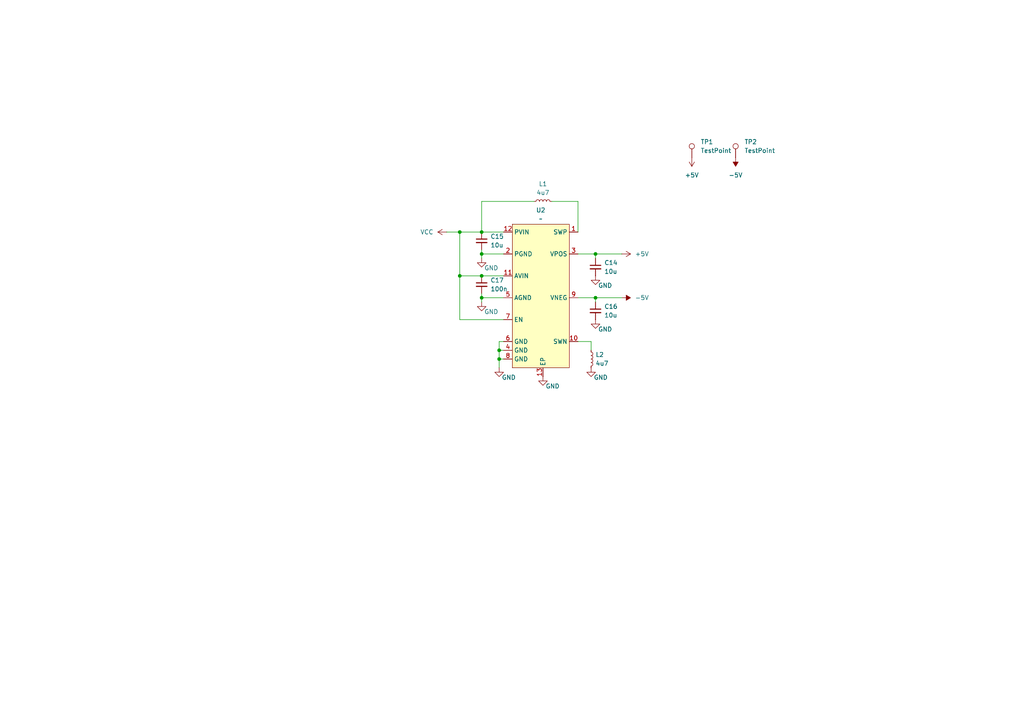
<source format=kicad_sch>
(kicad_sch (version 20231120) (generator "eeschema") (generator_version "8.0")
  (paper "A4")
  (lib_symbols
    (symbol "Connector:TestPoint" (pin_numbers hide) (pin_names (offset 0.762) hide)
      (property "Reference" "TP" (at 0 6.858 0))
      (property "Value" "TestPoint" (at 0 5.08 0))
      (symbol "TestPoint_0_1"
        (circle (center 0 3.302) (radius 0.762))
      )
      (symbol "TestPoint_1_1"
        (pin passive line (at 0 0 90) (length 2.54) (name "1") (number "1"))
      )
    )
    (symbol "Device:C_Small" (pin_numbers hide) (pin_names (offset 0.254) hide)
      (property "Reference" "C" (at 0.254 1.778 0))
      (property "Value" "C_Small" (at 0.254 -2.032 0))
      (symbol "C_Small_0_1"
        (polyline (pts (xy -1.524 -0.508) (xy 1.524 -0.508)) (stroke (width 0.3302)))
        (polyline (pts (xy -1.524 0.508) (xy 1.524 0.508)) (stroke (width 0.3048)))
      )
      (symbol "C_Small_1_1"
        (pin passive line (at 0 2.54 270) (length 2.032) (name "~") (number "1"))
        (pin passive line (at 0 -2.54 90) (length 2.032) (name "~") (number "2"))
      )
    )
    (symbol "Device:L_Small" (pin_numbers hide) (pin_names (offset 0.254) hide)
      (property "Reference" "L" (at 0.762 1.016 0))
      (property "Value" "L_Small" (at 0.762 -1.016 0))
      (symbol "L_Small_0_1"
        (arc (start 0 -2.032) (mid 0.5058 -1.524) (end 0 -1.016))
        (arc (start 0 -1.016) (mid 0.5058 -0.508) (end 0 0))
        (arc (start 0 0) (mid 0.5058 0.508) (end 0 1.016))
        (arc (start 0 1.016) (mid 0.5058 1.524) (end 0 2.032))
      )
      (symbol "L_Small_1_1"
        (pin passive line (at 0 2.54 270) (length 0.508) (name "~") (number "1"))
        (pin passive line (at 0 -2.54 90) (length 0.508) (name "~") (number "2"))
      )
    )
    (symbol "power:+5V" (power) (pin_numbers hide) (pin_names (offset 0) hide)
      (property "Value" "+5V" (at 0 3.556 0))
      (symbol "+5V_0_1"
        (polyline (pts (xy -0.762 1.27) (xy 0 2.54)))
        (polyline (pts (xy 0 0) (xy 0 2.54)))
        (polyline (pts (xy 0 2.54) (xy 0.762 1.27)))
      )
      (symbol "+5V_1_1"
        (pin power_in line (at 0 0 90) (length 0) (name "~") (number "1"))
      )
    )
    (symbol "power:-5V" (power) (pin_numbers hide) (pin_names (offset 0) hide)
      (property "Value" "-5V" (at 0 3.556 0))
      (symbol "-5V_0_0"
        (pin power_in line (at 0 0 90) (length 0) (name "~") (number "1"))
      )
      (symbol "-5V_0_1"
        (polyline (pts (xy 0 0) (xy 0 1.27) (xy 0.762 1.27) (xy 0 2.54) (xy -0.762 1.27) (xy 0 1.27)) (fill (type outline)))
      )
    )
    (symbol "power:GND" (power) (pin_numbers hide) (pin_names (offset 0) hide)
      (property "Value" "GND" (at 0 -3.81 0))
      (symbol "GND_0_1"
        (polyline (pts (xy 0 0) (xy 0 -1.27) (xy 1.27 -1.27) (xy 0 -2.54) (xy -1.27 -1.27) (xy 0 -1.27)))
      )
      (symbol "GND_1_1"
        (pin power_in line (at 0 0 270) (length 0) (name "~") (number "1"))
      )
    )
    (symbol "power:VCC" (power) (pin_numbers hide) (pin_names (offset 0) hide)
      (property "Value" "VCC" (at 0 3.556 0))
      (symbol "VCC_0_1"
        (polyline (pts (xy -0.762 1.27) (xy 0 2.54)))
        (polyline (pts (xy 0 0) (xy 0 2.54)))
        (polyline (pts (xy 0 2.54) (xy 0.762 1.27)))
      )
      (symbol "VCC_1_1"
        (pin power_in line (at 0 0 90) (length 0) (name "~") (number "1"))
      )
    )
    (symbol "user_supply:TPS65133"
      (property "Reference" "U" (at 0.508 35.814 0))
      (symbol "TPS65133_0_0"
        (pin unspecified line (at 19.05 31.75 180) (length 2.54) (name "SWP") (number "1"))
        (pin unspecified line (at 19.05 0 180) (length 2.54) (name "SWN") (number "10"))
        (pin unspecified line (at -2.54 19.05 0) (length 2.54) (name "AVIN") (number "11"))
        (pin unspecified line (at -2.54 31.75 0) (length 2.54) (name "PVIN") (number "12"))
        (pin unspecified line (at 8.89 -10.16 90) (length 2.54) (name "EP") (number "13"))
        (pin unspecified line (at -2.54 25.4 0) (length 2.54) (name "PGND") (number "2"))
        (pin unspecified line (at 19.05 25.4 180) (length 2.54) (name "VPOS") (number "3"))
        (pin unspecified line (at -2.54 -2.54 0) (length 2.54) (name "GND") (number "4"))
        (pin unspecified line (at -2.54 12.7 0) (length 2.54) (name "AGND") (number "5"))
        (pin unspecified line (at -2.54 0 0) (length 2.54) (name "GND") (number "6"))
        (pin unspecified line (at -2.54 6.35 0) (length 2.54) (name "EN") (number "7"))
        (pin unspecified line (at -2.54 -5.08 0) (length 2.54) (name "GND") (number "8"))
        (pin unspecified line (at 19.05 12.7 180) (length 2.54) (name "VNEG") (number "9"))
      )
      (symbol "TPS65133_1_1"
        (rectangle (start 0 34.036) (end 16.51 -7.62) (fill (type background)))
      )
    )
  )
  (junction (at 139.7 73.66))
  (junction (at 172.72 86.36))
  (junction (at 133.35 80.01))
  (junction (at 139.7 67.31))
  (junction (at 139.7 86.36))
  (junction (at 133.35 67.31))
  (junction (at 172.72 73.66))
  (junction (at 139.7 80.01))
  (junction (at 144.78 101.6))
  (junction (at 144.78 104.14))
  (wire (pts (xy 144.78 101.6) (xy 144.78 99.06)))
  (wire (pts (xy 154.94 58.42) (xy 139.7 58.42)))
  (wire (pts (xy 139.7 58.42) (xy 139.7 67.31)))
  (wire (pts (xy 139.7 73.66) (xy 139.7 72.39)))
  (wire (pts (xy 139.7 86.36) (xy 139.7 87.63)))
  (wire (pts (xy 167.64 86.36) (xy 172.72 86.36)))
  (wire (pts (xy 167.64 67.31) (xy 167.64 58.42)))
  (wire (pts (xy 133.35 67.31) (xy 139.7 67.31)))
  (wire (pts (xy 167.64 73.66) (xy 172.72 73.66)))
  (wire (pts (xy 133.35 80.01) (xy 133.35 67.31)))
  (wire (pts (xy 146.05 86.36) (xy 139.7 86.36)))
  (wire (pts (xy 172.72 73.66) (xy 180.34 73.66)))
  (wire (pts (xy 172.72 73.66) (xy 172.72 74.93)))
  (wire (pts (xy 139.7 86.36) (xy 139.7 85.09)))
  (wire (pts (xy 144.78 99.06) (xy 146.05 99.06)))
  (wire (pts (xy 144.78 101.6) (xy 146.05 101.6)))
  (wire (pts (xy 129.54 67.31) (xy 133.35 67.31)))
  (wire (pts (xy 171.45 99.06) (xy 167.64 99.06)))
  (wire (pts (xy 133.35 92.71) (xy 133.35 80.01)))
  (wire (pts (xy 146.05 80.01) (xy 139.7 80.01)))
  (wire (pts (xy 172.72 86.36) (xy 180.34 86.36)))
  (wire (pts (xy 146.05 92.71) (xy 133.35 92.71)))
  (wire (pts (xy 144.78 104.14) (xy 144.78 101.6)))
  (wire (pts (xy 139.7 67.31) (xy 146.05 67.31)))
  (wire (pts (xy 139.7 73.66) (xy 146.05 73.66)))
  (wire (pts (xy 171.45 101.6) (xy 171.45 99.06)))
  (wire (pts (xy 139.7 74.93) (xy 139.7 73.66)))
  (wire (pts (xy 144.78 104.14) (xy 146.05 104.14)))
  (wire (pts (xy 144.78 106.68) (xy 144.78 104.14)))
  (wire (pts (xy 167.64 58.42) (xy 160.02 58.42)))
  (wire (pts (xy 139.7 80.01) (xy 133.35 80.01)))
  (wire (pts (xy 172.72 86.36) (xy 172.72 87.63)))
  (symbol (lib_id "Device:C_Small") (at 139.7 82.55 0) (unit 1)
    (property "Reference" "C17" (at 142.24 81.2862 0) (effects (justify left)))
    (property "Value" "100n" (at 142.24 83.8262 0) (effects (justify left)))
    (property "Footprint" "Capacitor_SMD:C_0603_1608Metric" (effects (hide yes)))
    (property "Description" "Unpolarized capacitor, small symbol" (effects (hide yes)))
  )
  (symbol (lib_id "power:-5V") (at 213.36 45.72 180) (unit 1)
    (property "Reference" "#PWR061" (effects (hide yes)))
    (property "Value" "-5V" (at 213.36 50.8 0))
    (property "Description" "Power symbol creates a global label with name \"-5V\"" (effects (hide yes)))
  )
  (symbol (lib_id "power:+5V") (at 180.34 73.66 270) (unit 1)
    (property "Reference" "#PWR040" (effects (hide yes)))
    (property "Value" "+5V" (at 184.15 73.6599 90) (effects (justify left)))
    (property "Description" "Power symbol creates a global label with name \"+5V\"" (effects (hide yes)))
  )
  (symbol (lib_id "Connector:TestPoint") (at 213.36 45.72 0) (unit 1)
    (property "Reference" "TP2" (at 215.9 41.1479 0) (effects (justify left)))
    (property "Value" "TestPoint" (at 215.9 43.6879 0) (effects (justify left)))
    (property "Footprint" "TestPoint:TestPoint_Pad_D1.0mm" (effects (hide yes)))
    (property "Description" "test point" (effects (hide yes)))
  )
  (symbol (lib_id "Device:C_Small") (at 139.7 69.85 0) (unit 1)
    (property "Reference" "C15" (at 142.24 68.5862 0) (effects (justify left)))
    (property "Value" "10u" (at 142.24 71.1262 0) (effects (justify left)))
    (property "Footprint" "Capacitor_SMD:C_0805_2012Metric" (effects (hide yes)))
    (property "Description" "Unpolarized capacitor, small symbol" (effects (hide yes)))
    (property "JLCPCB Part #" "C86038" (effects (hide yes)))
  )
  (symbol (lib_id "power:VCC") (at 129.54 67.31 90) (unit 1)
    (property "Reference" "#PWR06" (effects (hide yes)))
    (property "Value" "VCC" (at 125.73 67.3099 90) (effects (justify left)))
    (property "Description" "Power symbol creates a global label with name \"VCC\"" (effects (hide yes)))
  )
  (symbol (lib_id "power:GND") (at 144.78 106.68 0) (unit 1)
    (property "Reference" "#PWR043" (effects (hide yes)))
    (property "Value" "GND" (at 147.574 109.474 0))
    (property "Description" "Power symbol creates a global label with name \"GND\" , ground" (effects (hide yes)))
  )
  (symbol (lib_id "power:GND") (at 172.72 92.71 0) (unit 1)
    (property "Reference" "#PWR038" (effects (hide yes)))
    (property "Value" "GND" (at 175.514 95.504 0))
    (property "Description" "Power symbol creates a global label with name \"GND\" , ground" (effects (hide yes)))
  )
  (symbol (lib_id "user_supply:TPS65133") (at 148.59 99.06 0) (unit 1)
    (property "Reference" "U2" (at 156.845 60.96 0))
    (property "Value" "~" (at 156.845 63.5 0))
    (property "Footprint" "Package_SON:WSON-12-1EP_3x3mm_P0.5mm_EP1.5x2.5mm" (effects (hide yes)))
    (property "Datasheet" "https://www.ti.com/lit/ds/symlink/tps65133.pdf?ts=1735205932626&ref_url=https%253A%252F%252Fwww.ti.com%252Fproduct%252FTPS65133" (effects (hide yes)))
    (property "JPCPCB Part #" "C134100" (effects (hide yes)))
  )
  (symbol (lib_id "power:GND") (at 171.45 106.68 0) (unit 1)
    (property "Reference" "#PWR039" (effects (hide yes)))
    (property "Value" "GND" (at 174.244 109.474 0))
    (property "Description" "Power symbol creates a global label with name \"GND\" , ground" (effects (hide yes)))
  )
  (symbol (lib_id "power:GND") (at 139.7 87.63 0) (unit 1)
    (property "Reference" "#PWR036" (effects (hide yes)))
    (property "Value" "GND" (at 142.494 90.424 0))
    (property "Description" "Power symbol creates a global label with name \"GND\" , ground" (effects (hide yes)))
  )
  (symbol (lib_id "Connector:TestPoint") (at 200.66 45.72 0) (unit 1)
    (property "Reference" "TP1" (at 203.2 41.1479 0) (effects (justify left)))
    (property "Value" "TestPoint" (at 203.2 43.6879 0) (effects (justify left)))
    (property "Footprint" "TestPoint:TestPoint_Pad_D1.0mm" (effects (hide yes)))
    (property "Description" "test point" (effects (hide yes)))
  )
  (symbol (lib_id "power:GND") (at 172.72 80.01 0) (unit 1)
    (property "Reference" "#PWR037" (effects (hide yes)))
    (property "Value" "GND" (at 175.514 82.804 0))
    (property "Description" "Power symbol creates a global label with name \"GND\" , ground" (effects (hide yes)))
  )
  (symbol (lib_id "power:GND") (at 157.48 109.22 0) (unit 1)
    (property "Reference" "#PWR044" (effects (hide yes)))
    (property "Value" "GND" (at 160.274 112.014 0))
    (property "Description" "Power symbol creates a global label with name \"GND\" , ground" (effects (hide yes)))
  )
  (symbol (lib_id "power:+5V") (at 200.66 45.72 180) (unit 1)
    (property "Reference" "#PWR060" (effects (hide yes)))
    (property "Value" "+5V" (at 200.66 50.8 0))
    (property "Description" "Power symbol creates a global label with name \"+5V\"" (effects (hide yes)))
  )
  (symbol (lib_id "Device:C_Small") (at 172.72 77.47 0) (unit 1)
    (property "Reference" "C14" (at 175.26 76.2062 0) (effects (justify left)))
    (property "Value" "10u" (at 175.26 78.7462 0) (effects (justify left)))
    (property "Footprint" "Capacitor_SMD:C_0805_2012Metric" (effects (hide yes)))
    (property "Description" "Unpolarized capacitor, small symbol" (effects (hide yes)))
    (property "JLCPCB Part #" "C86038" (effects (hide yes)))
  )
  (symbol (lib_id "power:GND") (at 139.7 74.93 0) (unit 1)
    (property "Reference" "#PWR035" (effects (hide yes)))
    (property "Value" "GND" (at 142.494 77.724 0))
    (property "Description" "Power symbol creates a global label with name \"GND\" , ground" (effects (hide yes)))
  )
  (symbol (lib_id "Device:L_Small") (at 171.45 104.14 0) (unit 1)
    (property "Reference" "L2" (at 172.72 102.8699 0) (effects (justify left)))
    (property "Value" "4u7" (at 172.72 105.4099 0) (effects (justify left)))
    (property "Footprint" "Inductor_SMD:L_1008_2520Metric" (effects (hide yes)))
    (property "Description" "Inductor, small symbol" (effects (hide yes)))
    (property "JLCPCB Part #" "C882976" (effects (hide yes)))
  )
  (symbol (lib_id "Device:L_Small") (at 157.48 58.42 90) (unit 1)
    (property "Reference" "L1" (at 157.48 53.34 90))
    (property "Value" "4u7" (at 157.48 55.88 90))
    (property "Footprint" "Inductor_SMD:L_1008_2520Metric" (effects (hide yes)))
    (property "Description" "Inductor, small symbol" (effects (hide yes)))
    (property "JLCPCB Part #" "C882976" (effects (hide yes)))
  )
  (symbol (lib_id "power:-5V") (at 180.34 86.36 270) (unit 1)
    (property "Reference" "#PWR041" (effects (hide yes)))
    (property "Value" "-5V" (at 184.15 86.3599 90) (effects (justify left)))
    (property "Description" "Power symbol creates a global label with name \"-5V\"" (effects (hide yes)))
  )
  (symbol (lib_id "Device:C_Small") (at 172.72 90.17 0) (unit 1)
    (property "Reference" "C16" (at 175.26 88.9062 0) (effects (justify left)))
    (property "Value" "10u" (at 175.26 91.4462 0) (effects (justify left)))
    (property "Footprint" "Capacitor_SMD:C_0805_2012Metric" (effects (hide yes)))
    (property "Description" "Unpolarized capacitor, small symbol" (effects (hide yes)))
    (property "JLCPCB Part #" "C86038" (effects (hide yes)))
  )
)
</source>
